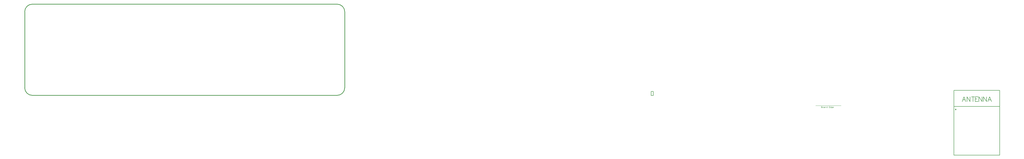
<source format=gko>
G04*
G04 #@! TF.GenerationSoftware,Altium Limited,Altium Designer,18.1.9 (240)*
G04*
G04 Layer_Color=16711935*
%FSLAX44Y44*%
%MOMM*%
G71*
G01*
G75*
%ADD10C,0.3000*%
%ADD15C,0.1270*%
%ADD16C,0.2540*%
%ADD18C,0.1000*%
%ADD19C,0.1984*%
D10*
X3963180Y829620D02*
G03*
X3963180Y829620I-1000J0D01*
G01*
D15*
X3955350Y841740D02*
X4134550D01*
X3954950Y649740D02*
Y904740D01*
Y649740D02*
X4134950D01*
Y904740D01*
X3954950D02*
X4134950D01*
X2763330Y885190D02*
Y901190D01*
X2771330Y885190D02*
Y901190D01*
X2763330D02*
X2771330D01*
X2763330Y885190D02*
X2771330D01*
D16*
X1526500Y885220D02*
G03*
X1556500Y915220I0J30000D01*
G01*
X296500D02*
G03*
X326500Y885220I30000J0D01*
G01*
Y1245220D02*
G03*
X296500Y1215220I0J-30000D01*
G01*
X1556500D02*
G03*
X1526500Y1245220I-30000J0D01*
G01*
X326500Y885220D02*
X1526500D01*
X296500Y915220D02*
Y1215220D01*
X326500Y1245220D02*
X1526500D01*
X1556500Y915220D02*
Y1215220D01*
D18*
X3410750Y845280D02*
X3510750D01*
X3432810Y841928D02*
Y836930D01*
X3435309D01*
X3436142Y837763D01*
Y838596D01*
X3435309Y839429D01*
X3432810D01*
X3435309D01*
X3436142Y840262D01*
Y841095D01*
X3435309Y841928D01*
X3432810D01*
X3438641Y836930D02*
X3440308D01*
X3441141Y837763D01*
Y839429D01*
X3440308Y840262D01*
X3438641D01*
X3437809Y839429D01*
Y837763D01*
X3438641Y836930D01*
X3443640Y840262D02*
X3445306D01*
X3446139Y839429D01*
Y836930D01*
X3443640D01*
X3442807Y837763D01*
X3443640Y838596D01*
X3446139D01*
X3447805Y840262D02*
Y836930D01*
Y838596D01*
X3448638Y839429D01*
X3449471Y840262D01*
X3450304D01*
X3456136Y841928D02*
Y836930D01*
X3453636D01*
X3452804Y837763D01*
Y839429D01*
X3453636Y840262D01*
X3456136D01*
X3466133Y841928D02*
X3462800D01*
Y836930D01*
X3466133D01*
X3462800Y839429D02*
X3464466D01*
X3471131Y841928D02*
Y836930D01*
X3468632D01*
X3467798Y837763D01*
Y839429D01*
X3468632Y840262D01*
X3471131D01*
X3474463Y835264D02*
X3475296D01*
X3476129Y836097D01*
Y840262D01*
X3473630D01*
X3472797Y839429D01*
Y837763D01*
X3473630Y836930D01*
X3476129D01*
X3480294D02*
X3478628D01*
X3477795Y837763D01*
Y839429D01*
X3478628Y840262D01*
X3480294D01*
X3481128Y839429D01*
Y838596D01*
X3477795D01*
D19*
X4001984Y861249D02*
X3994842Y879995D01*
X3987701Y861249D01*
X3990379Y867498D02*
X3999306D01*
X4006358Y879995D02*
Y861249D01*
Y879995D02*
X4018855Y861249D01*
Y879995D02*
Y861249D01*
X4030281Y879995D02*
Y861249D01*
X4024033Y879995D02*
X4036530D01*
X4050366D02*
X4038762D01*
Y861249D01*
X4050366D01*
X4038762Y871069D02*
X4045903D01*
X4053490Y879995D02*
Y861249D01*
Y879995D02*
X4065988Y861249D01*
Y879995D02*
Y861249D01*
X4071165Y879995D02*
Y861249D01*
Y879995D02*
X4083663Y861249D01*
Y879995D02*
Y861249D01*
X4103123D02*
X4095981Y879995D01*
X4088840Y861249D01*
X4091518Y867498D02*
X4100445D01*
M02*

</source>
